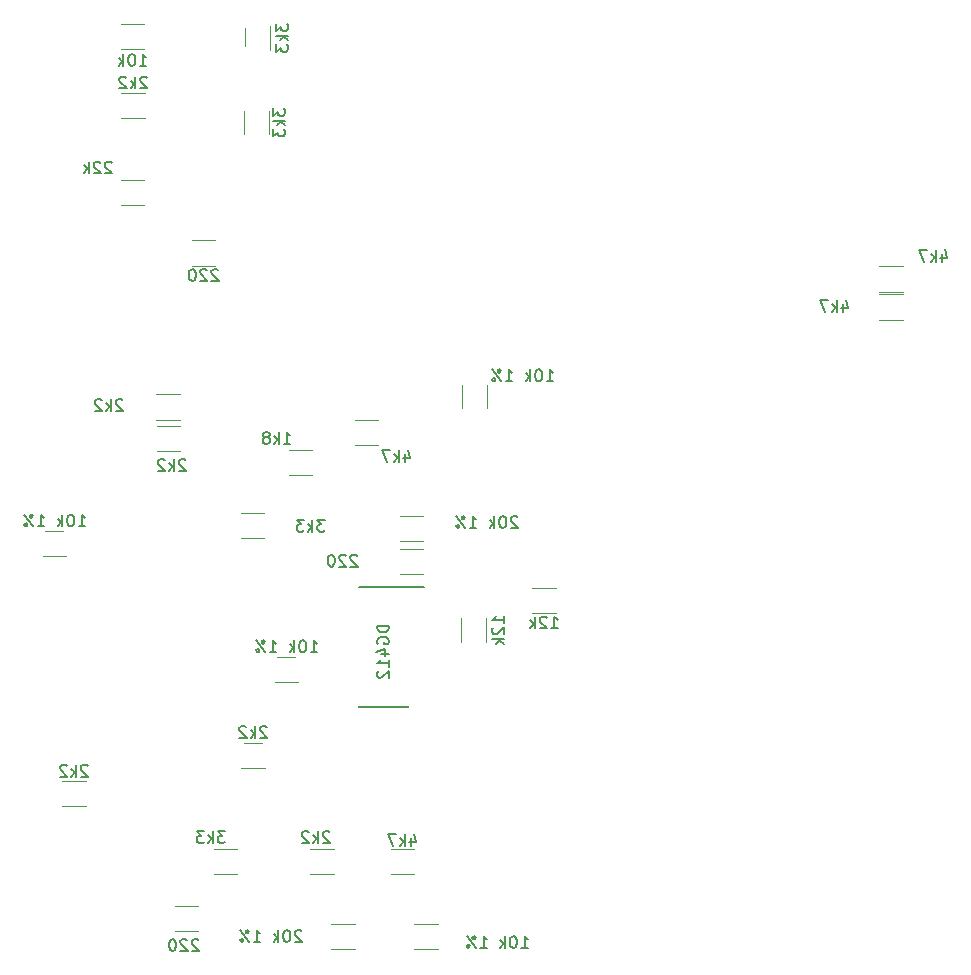
<source format=gbo>
G04 #@! TF.FileFunction,Legend,Bot*
%FSLAX46Y46*%
G04 Gerber Fmt 4.6, Leading zero omitted, Abs format (unit mm)*
G04 Created by KiCad (PCBNEW 4.0.7-e2-6376~58~ubuntu16.04.1) date Thu Dec 14 21:04:02 2023*
%MOMM*%
%LPD*%
G01*
G04 APERTURE LIST*
%ADD10C,0.100000*%
%ADD11C,0.120000*%
%ADD12C,0.150000*%
%ADD13C,0.300000*%
%ADD14R,2.400000X2.100000*%
%ADD15C,1.400000*%
%ADD16R,1.400000X1.400000*%
%ADD17C,2.000000*%
%ADD18R,2.800000X2.800000*%
%ADD19C,2.800000*%
%ADD20R,2.000000X2.000000*%
%ADD21R,2.600000X2.600000*%
%ADD22O,2.600000X2.600000*%
%ADD23R,2.127200X2.127200*%
%ADD24O,2.127200X2.127200*%
%ADD25O,3.410000X1.910000*%
%ADD26O,2.900000X3.400000*%
%ADD27C,2.400000*%
%ADD28O,1.910000X3.410000*%
%ADD29R,2.100000X2.400000*%
%ADD30R,2.100000X2.100000*%
%ADD31O,2.100000X2.100000*%
%ADD32O,2.000000X2.000000*%
%ADD33R,1.900000X1.000000*%
%ADD34R,2.200000X2.200000*%
%ADD35O,2.200000X2.200000*%
%ADD36C,2.740000*%
G04 APERTURE END LIST*
D10*
D11*
X225282000Y-120088000D02*
X223282000Y-120088000D01*
X223282000Y-122228000D02*
X225282000Y-122228000D01*
X224044000Y-96828000D02*
X226044000Y-96828000D01*
X226044000Y-94688000D02*
X224044000Y-94688000D01*
X206994000Y-124914000D02*
X204994000Y-124914000D01*
X204994000Y-127054000D02*
X206994000Y-127054000D01*
X235252000Y-100130000D02*
X237252000Y-100130000D01*
X237252000Y-97990000D02*
X235252000Y-97990000D01*
X229308000Y-80788000D02*
X229308000Y-82788000D01*
X231448000Y-82788000D02*
X231448000Y-80788000D01*
X227282000Y-126438000D02*
X225282000Y-126438000D01*
X225282000Y-128578000D02*
X227282000Y-128578000D01*
X229220000Y-100570000D02*
X229220000Y-102570000D01*
X231360000Y-102570000D02*
X231360000Y-100570000D01*
X222234000Y-83766000D02*
X220234000Y-83766000D01*
X220234000Y-85906000D02*
X222234000Y-85906000D01*
X220234000Y-126438000D02*
X218234000Y-126438000D01*
X218234000Y-128578000D02*
X220234000Y-128578000D01*
X224044000Y-94034000D02*
X226044000Y-94034000D01*
X226044000Y-91894000D02*
X224044000Y-91894000D01*
X195818000Y-93160000D02*
X193818000Y-93160000D01*
X193818000Y-95300000D02*
X195818000Y-95300000D01*
X215460000Y-103810000D02*
X213460000Y-103810000D01*
X213460000Y-105950000D02*
X215460000Y-105950000D01*
X214646000Y-88446000D02*
X216646000Y-88446000D01*
X216646000Y-86306000D02*
X214646000Y-86306000D01*
X216456000Y-122228000D02*
X218456000Y-122228000D01*
X218456000Y-120088000D02*
X216456000Y-120088000D01*
X212582000Y-91640000D02*
X210582000Y-91640000D01*
X210582000Y-93780000D02*
X212582000Y-93780000D01*
X210296000Y-120088000D02*
X208296000Y-120088000D01*
X208296000Y-122228000D02*
X210296000Y-122228000D01*
X205470000Y-84274000D02*
X203470000Y-84274000D01*
X203470000Y-86414000D02*
X205470000Y-86414000D01*
X212620000Y-111080000D02*
X210620000Y-111080000D01*
X210620000Y-113220000D02*
X212620000Y-113220000D01*
X205410000Y-81610000D02*
X203410000Y-81610000D01*
X203410000Y-83750000D02*
X205410000Y-83750000D01*
X197440000Y-114340000D02*
X195440000Y-114340000D01*
X195440000Y-116480000D02*
X197440000Y-116480000D01*
X266620000Y-70760000D02*
X264620000Y-70760000D01*
X264620000Y-72900000D02*
X266620000Y-72900000D01*
X210860000Y-57600000D02*
X210860000Y-59600000D01*
X213000000Y-59600000D02*
X213000000Y-57600000D01*
X266620000Y-73140000D02*
X264620000Y-73140000D01*
X264620000Y-75280000D02*
X266620000Y-75280000D01*
X210890000Y-50420000D02*
X210890000Y-52420000D01*
X213030000Y-52420000D02*
X213030000Y-50420000D01*
X202454000Y-56080000D02*
X200454000Y-56080000D01*
X200454000Y-58220000D02*
X202454000Y-58220000D01*
X202422000Y-50238000D02*
X200422000Y-50238000D01*
X200422000Y-52378000D02*
X202422000Y-52378000D01*
X200422000Y-65586000D02*
X202422000Y-65586000D01*
X202422000Y-63446000D02*
X200422000Y-63446000D01*
X206420000Y-70710000D02*
X208420000Y-70710000D01*
X208420000Y-68570000D02*
X206420000Y-68570000D01*
D12*
X224735000Y-97905000D02*
X224735000Y-97930000D01*
X220585000Y-97905000D02*
X220585000Y-98010000D01*
X220585000Y-108055000D02*
X220585000Y-107950000D01*
X224735000Y-108055000D02*
X224735000Y-107950000D01*
X224735000Y-97905000D02*
X220585000Y-97905000D01*
X224735000Y-108055000D02*
X220585000Y-108055000D01*
X224735000Y-97930000D02*
X226110000Y-97930000D01*
X224972476Y-119165714D02*
X224972476Y-119832381D01*
X225210572Y-118784762D02*
X225448667Y-119499048D01*
X224829619Y-119499048D01*
X224448667Y-119832381D02*
X224448667Y-118832381D01*
X224353429Y-119451429D02*
X224067714Y-119832381D01*
X224067714Y-119165714D02*
X224448667Y-119546667D01*
X223734381Y-118832381D02*
X223067714Y-118832381D01*
X223496286Y-119832381D01*
X220424095Y-95275619D02*
X220376476Y-95228000D01*
X220281238Y-95180381D01*
X220043142Y-95180381D01*
X219947904Y-95228000D01*
X219900285Y-95275619D01*
X219852666Y-95370857D01*
X219852666Y-95466095D01*
X219900285Y-95608952D01*
X220471714Y-96180381D01*
X219852666Y-96180381D01*
X219471714Y-95275619D02*
X219424095Y-95228000D01*
X219328857Y-95180381D01*
X219090761Y-95180381D01*
X218995523Y-95228000D01*
X218947904Y-95275619D01*
X218900285Y-95370857D01*
X218900285Y-95466095D01*
X218947904Y-95608952D01*
X219519333Y-96180381D01*
X218900285Y-96180381D01*
X218281238Y-95180381D02*
X218185999Y-95180381D01*
X218090761Y-95228000D01*
X218043142Y-95275619D01*
X217995523Y-95370857D01*
X217947904Y-95561333D01*
X217947904Y-95799429D01*
X217995523Y-95989905D01*
X218043142Y-96085143D01*
X218090761Y-96132762D01*
X218185999Y-96180381D01*
X218281238Y-96180381D01*
X218376476Y-96132762D01*
X218424095Y-96085143D01*
X218471714Y-95989905D01*
X218519333Y-95799429D01*
X218519333Y-95561333D01*
X218471714Y-95370857D01*
X218424095Y-95275619D01*
X218376476Y-95228000D01*
X218281238Y-95180381D01*
X206978095Y-127817619D02*
X206930476Y-127770000D01*
X206835238Y-127722381D01*
X206597142Y-127722381D01*
X206501904Y-127770000D01*
X206454285Y-127817619D01*
X206406666Y-127912857D01*
X206406666Y-128008095D01*
X206454285Y-128150952D01*
X207025714Y-128722381D01*
X206406666Y-128722381D01*
X206025714Y-127817619D02*
X205978095Y-127770000D01*
X205882857Y-127722381D01*
X205644761Y-127722381D01*
X205549523Y-127770000D01*
X205501904Y-127817619D01*
X205454285Y-127912857D01*
X205454285Y-128008095D01*
X205501904Y-128150952D01*
X206073333Y-128722381D01*
X205454285Y-128722381D01*
X204835238Y-127722381D02*
X204739999Y-127722381D01*
X204644761Y-127770000D01*
X204597142Y-127817619D01*
X204549523Y-127912857D01*
X204501904Y-128103333D01*
X204501904Y-128341429D01*
X204549523Y-128531905D01*
X204597142Y-128627143D01*
X204644761Y-128674762D01*
X204739999Y-128722381D01*
X204835238Y-128722381D01*
X204930476Y-128674762D01*
X204978095Y-128627143D01*
X205025714Y-128531905D01*
X205073333Y-128341429D01*
X205073333Y-128103333D01*
X205025714Y-127912857D01*
X204978095Y-127817619D01*
X204930476Y-127770000D01*
X204835238Y-127722381D01*
X236847238Y-101412381D02*
X237418667Y-101412381D01*
X237132953Y-101412381D02*
X237132953Y-100412381D01*
X237228191Y-100555238D01*
X237323429Y-100650476D01*
X237418667Y-100698095D01*
X236466286Y-100507619D02*
X236418667Y-100460000D01*
X236323429Y-100412381D01*
X236085333Y-100412381D01*
X235990095Y-100460000D01*
X235942476Y-100507619D01*
X235894857Y-100602857D01*
X235894857Y-100698095D01*
X235942476Y-100840952D01*
X236513905Y-101412381D01*
X235894857Y-101412381D01*
X235466286Y-101412381D02*
X235466286Y-100412381D01*
X235371048Y-101031429D02*
X235085333Y-101412381D01*
X235085333Y-100745714D02*
X235466286Y-101126667D01*
X236465809Y-80494381D02*
X237037238Y-80494381D01*
X236751524Y-80494381D02*
X236751524Y-79494381D01*
X236846762Y-79637238D01*
X236942000Y-79732476D01*
X237037238Y-79780095D01*
X235846762Y-79494381D02*
X235751523Y-79494381D01*
X235656285Y-79542000D01*
X235608666Y-79589619D01*
X235561047Y-79684857D01*
X235513428Y-79875333D01*
X235513428Y-80113429D01*
X235561047Y-80303905D01*
X235608666Y-80399143D01*
X235656285Y-80446762D01*
X235751523Y-80494381D01*
X235846762Y-80494381D01*
X235942000Y-80446762D01*
X235989619Y-80399143D01*
X236037238Y-80303905D01*
X236084857Y-80113429D01*
X236084857Y-79875333D01*
X236037238Y-79684857D01*
X235989619Y-79589619D01*
X235942000Y-79542000D01*
X235846762Y-79494381D01*
X235084857Y-80494381D02*
X235084857Y-79494381D01*
X234989619Y-80113429D02*
X234703904Y-80494381D01*
X234703904Y-79827714D02*
X235084857Y-80208667D01*
X232989618Y-80494381D02*
X233561047Y-80494381D01*
X233275333Y-80494381D02*
X233275333Y-79494381D01*
X233370571Y-79637238D01*
X233465809Y-79732476D01*
X233561047Y-79780095D01*
X232608666Y-80494381D02*
X231846761Y-79494381D01*
X232465809Y-79494381D02*
X232370571Y-79542000D01*
X232322952Y-79637238D01*
X232370571Y-79732476D01*
X232465809Y-79780095D01*
X232561047Y-79732476D01*
X232608666Y-79637238D01*
X232561047Y-79542000D01*
X232465809Y-79494381D01*
X231894380Y-80446762D02*
X231846761Y-80351524D01*
X231894380Y-80256286D01*
X231989618Y-80208667D01*
X232084856Y-80256286D01*
X232132475Y-80351524D01*
X232084856Y-80446762D01*
X231989618Y-80494381D01*
X231894380Y-80446762D01*
X234315809Y-128468381D02*
X234887238Y-128468381D01*
X234601524Y-128468381D02*
X234601524Y-127468381D01*
X234696762Y-127611238D01*
X234792000Y-127706476D01*
X234887238Y-127754095D01*
X233696762Y-127468381D02*
X233601523Y-127468381D01*
X233506285Y-127516000D01*
X233458666Y-127563619D01*
X233411047Y-127658857D01*
X233363428Y-127849333D01*
X233363428Y-128087429D01*
X233411047Y-128277905D01*
X233458666Y-128373143D01*
X233506285Y-128420762D01*
X233601523Y-128468381D01*
X233696762Y-128468381D01*
X233792000Y-128420762D01*
X233839619Y-128373143D01*
X233887238Y-128277905D01*
X233934857Y-128087429D01*
X233934857Y-127849333D01*
X233887238Y-127658857D01*
X233839619Y-127563619D01*
X233792000Y-127516000D01*
X233696762Y-127468381D01*
X232934857Y-128468381D02*
X232934857Y-127468381D01*
X232839619Y-128087429D02*
X232553904Y-128468381D01*
X232553904Y-127801714D02*
X232934857Y-128182667D01*
X230839618Y-128468381D02*
X231411047Y-128468381D01*
X231125333Y-128468381D02*
X231125333Y-127468381D01*
X231220571Y-127611238D01*
X231315809Y-127706476D01*
X231411047Y-127754095D01*
X230458666Y-128468381D02*
X229696761Y-127468381D01*
X230315809Y-127468381D02*
X230220571Y-127516000D01*
X230172952Y-127611238D01*
X230220571Y-127706476D01*
X230315809Y-127754095D01*
X230411047Y-127706476D01*
X230458666Y-127611238D01*
X230411047Y-127516000D01*
X230315809Y-127468381D01*
X229744380Y-128420762D02*
X229696761Y-128325524D01*
X229744380Y-128230286D01*
X229839618Y-128182667D01*
X229934856Y-128230286D01*
X229982475Y-128325524D01*
X229934856Y-128420762D01*
X229839618Y-128468381D01*
X229744380Y-128420762D01*
X232862381Y-100974762D02*
X232862381Y-100403333D01*
X232862381Y-100689047D02*
X231862381Y-100689047D01*
X232005238Y-100593809D01*
X232100476Y-100498571D01*
X232148095Y-100403333D01*
X231957619Y-101355714D02*
X231910000Y-101403333D01*
X231862381Y-101498571D01*
X231862381Y-101736667D01*
X231910000Y-101831905D01*
X231957619Y-101879524D01*
X232052857Y-101927143D01*
X232148095Y-101927143D01*
X232290952Y-101879524D01*
X232862381Y-101308095D01*
X232862381Y-101927143D01*
X232862381Y-102355714D02*
X231862381Y-102355714D01*
X232481429Y-102450952D02*
X232862381Y-102736667D01*
X232195714Y-102736667D02*
X232576667Y-102355714D01*
X224464476Y-86653714D02*
X224464476Y-87320381D01*
X224702572Y-86272762D02*
X224940667Y-86987048D01*
X224321619Y-86987048D01*
X223940667Y-87320381D02*
X223940667Y-86320381D01*
X223845429Y-86939429D02*
X223559714Y-87320381D01*
X223559714Y-86653714D02*
X223940667Y-87034667D01*
X223226381Y-86320381D02*
X222559714Y-86320381D01*
X222988286Y-87320381D01*
X215701238Y-127055619D02*
X215653619Y-127008000D01*
X215558381Y-126960381D01*
X215320285Y-126960381D01*
X215225047Y-127008000D01*
X215177428Y-127055619D01*
X215129809Y-127150857D01*
X215129809Y-127246095D01*
X215177428Y-127388952D01*
X215748857Y-127960381D01*
X215129809Y-127960381D01*
X214510762Y-126960381D02*
X214415523Y-126960381D01*
X214320285Y-127008000D01*
X214272666Y-127055619D01*
X214225047Y-127150857D01*
X214177428Y-127341333D01*
X214177428Y-127579429D01*
X214225047Y-127769905D01*
X214272666Y-127865143D01*
X214320285Y-127912762D01*
X214415523Y-127960381D01*
X214510762Y-127960381D01*
X214606000Y-127912762D01*
X214653619Y-127865143D01*
X214701238Y-127769905D01*
X214748857Y-127579429D01*
X214748857Y-127341333D01*
X214701238Y-127150857D01*
X214653619Y-127055619D01*
X214606000Y-127008000D01*
X214510762Y-126960381D01*
X213748857Y-127960381D02*
X213748857Y-126960381D01*
X213653619Y-127579429D02*
X213367904Y-127960381D01*
X213367904Y-127293714D02*
X213748857Y-127674667D01*
X211653618Y-127960381D02*
X212225047Y-127960381D01*
X211939333Y-127960381D02*
X211939333Y-126960381D01*
X212034571Y-127103238D01*
X212129809Y-127198476D01*
X212225047Y-127246095D01*
X211272666Y-127960381D02*
X210510761Y-126960381D01*
X211129809Y-126960381D02*
X211034571Y-127008000D01*
X210986952Y-127103238D01*
X211034571Y-127198476D01*
X211129809Y-127246095D01*
X211225047Y-127198476D01*
X211272666Y-127103238D01*
X211225047Y-127008000D01*
X211129809Y-126960381D01*
X210558380Y-127912762D02*
X210510761Y-127817524D01*
X210558380Y-127722286D01*
X210653618Y-127674667D01*
X210748856Y-127722286D01*
X210796475Y-127817524D01*
X210748856Y-127912762D01*
X210653618Y-127960381D01*
X210558380Y-127912762D01*
X233989238Y-92003619D02*
X233941619Y-91956000D01*
X233846381Y-91908381D01*
X233608285Y-91908381D01*
X233513047Y-91956000D01*
X233465428Y-92003619D01*
X233417809Y-92098857D01*
X233417809Y-92194095D01*
X233465428Y-92336952D01*
X234036857Y-92908381D01*
X233417809Y-92908381D01*
X232798762Y-91908381D02*
X232703523Y-91908381D01*
X232608285Y-91956000D01*
X232560666Y-92003619D01*
X232513047Y-92098857D01*
X232465428Y-92289333D01*
X232465428Y-92527429D01*
X232513047Y-92717905D01*
X232560666Y-92813143D01*
X232608285Y-92860762D01*
X232703523Y-92908381D01*
X232798762Y-92908381D01*
X232894000Y-92860762D01*
X232941619Y-92813143D01*
X232989238Y-92717905D01*
X233036857Y-92527429D01*
X233036857Y-92289333D01*
X232989238Y-92098857D01*
X232941619Y-92003619D01*
X232894000Y-91956000D01*
X232798762Y-91908381D01*
X232036857Y-92908381D02*
X232036857Y-91908381D01*
X231941619Y-92527429D02*
X231655904Y-92908381D01*
X231655904Y-92241714D02*
X232036857Y-92622667D01*
X229941618Y-92908381D02*
X230513047Y-92908381D01*
X230227333Y-92908381D02*
X230227333Y-91908381D01*
X230322571Y-92051238D01*
X230417809Y-92146476D01*
X230513047Y-92194095D01*
X229560666Y-92908381D02*
X228798761Y-91908381D01*
X229417809Y-91908381D02*
X229322571Y-91956000D01*
X229274952Y-92051238D01*
X229322571Y-92146476D01*
X229417809Y-92194095D01*
X229513047Y-92146476D01*
X229560666Y-92051238D01*
X229513047Y-91956000D01*
X229417809Y-91908381D01*
X228846380Y-92860762D02*
X228798761Y-92765524D01*
X228846380Y-92670286D01*
X228941618Y-92622667D01*
X229036856Y-92670286D01*
X229084475Y-92765524D01*
X229036856Y-92860762D01*
X228941618Y-92908381D01*
X228846380Y-92860762D01*
X196841809Y-92782381D02*
X197413238Y-92782381D01*
X197127524Y-92782381D02*
X197127524Y-91782381D01*
X197222762Y-91925238D01*
X197318000Y-92020476D01*
X197413238Y-92068095D01*
X196222762Y-91782381D02*
X196127523Y-91782381D01*
X196032285Y-91830000D01*
X195984666Y-91877619D01*
X195937047Y-91972857D01*
X195889428Y-92163333D01*
X195889428Y-92401429D01*
X195937047Y-92591905D01*
X195984666Y-92687143D01*
X196032285Y-92734762D01*
X196127523Y-92782381D01*
X196222762Y-92782381D01*
X196318000Y-92734762D01*
X196365619Y-92687143D01*
X196413238Y-92591905D01*
X196460857Y-92401429D01*
X196460857Y-92163333D01*
X196413238Y-91972857D01*
X196365619Y-91877619D01*
X196318000Y-91830000D01*
X196222762Y-91782381D01*
X195460857Y-92782381D02*
X195460857Y-91782381D01*
X195365619Y-92401429D02*
X195079904Y-92782381D01*
X195079904Y-92115714D02*
X195460857Y-92496667D01*
X193365618Y-92782381D02*
X193937047Y-92782381D01*
X193651333Y-92782381D02*
X193651333Y-91782381D01*
X193746571Y-91925238D01*
X193841809Y-92020476D01*
X193937047Y-92068095D01*
X192984666Y-92782381D02*
X192222761Y-91782381D01*
X192841809Y-91782381D02*
X192746571Y-91830000D01*
X192698952Y-91925238D01*
X192746571Y-92020476D01*
X192841809Y-92068095D01*
X192937047Y-92020476D01*
X192984666Y-91925238D01*
X192937047Y-91830000D01*
X192841809Y-91782381D01*
X192270380Y-92734762D02*
X192222761Y-92639524D01*
X192270380Y-92544286D01*
X192365618Y-92496667D01*
X192460856Y-92544286D01*
X192508475Y-92639524D01*
X192460856Y-92734762D01*
X192365618Y-92782381D01*
X192270380Y-92734762D01*
X216483809Y-103432381D02*
X217055238Y-103432381D01*
X216769524Y-103432381D02*
X216769524Y-102432381D01*
X216864762Y-102575238D01*
X216960000Y-102670476D01*
X217055238Y-102718095D01*
X215864762Y-102432381D02*
X215769523Y-102432381D01*
X215674285Y-102480000D01*
X215626666Y-102527619D01*
X215579047Y-102622857D01*
X215531428Y-102813333D01*
X215531428Y-103051429D01*
X215579047Y-103241905D01*
X215626666Y-103337143D01*
X215674285Y-103384762D01*
X215769523Y-103432381D01*
X215864762Y-103432381D01*
X215960000Y-103384762D01*
X216007619Y-103337143D01*
X216055238Y-103241905D01*
X216102857Y-103051429D01*
X216102857Y-102813333D01*
X216055238Y-102622857D01*
X216007619Y-102527619D01*
X215960000Y-102480000D01*
X215864762Y-102432381D01*
X215102857Y-103432381D02*
X215102857Y-102432381D01*
X215007619Y-103051429D02*
X214721904Y-103432381D01*
X214721904Y-102765714D02*
X215102857Y-103146667D01*
X213007618Y-103432381D02*
X213579047Y-103432381D01*
X213293333Y-103432381D02*
X213293333Y-102432381D01*
X213388571Y-102575238D01*
X213483809Y-102670476D01*
X213579047Y-102718095D01*
X212626666Y-103432381D02*
X211864761Y-102432381D01*
X212483809Y-102432381D02*
X212388571Y-102480000D01*
X212340952Y-102575238D01*
X212388571Y-102670476D01*
X212483809Y-102718095D01*
X212579047Y-102670476D01*
X212626666Y-102575238D01*
X212579047Y-102480000D01*
X212483809Y-102432381D01*
X211912380Y-103384762D02*
X211864761Y-103289524D01*
X211912380Y-103194286D01*
X212007618Y-103146667D01*
X212102856Y-103194286D01*
X212150475Y-103289524D01*
X212102856Y-103384762D01*
X212007618Y-103432381D01*
X211912380Y-103384762D01*
X214209238Y-85796381D02*
X214780667Y-85796381D01*
X214494953Y-85796381D02*
X214494953Y-84796381D01*
X214590191Y-84939238D01*
X214685429Y-85034476D01*
X214780667Y-85082095D01*
X213780667Y-85796381D02*
X213780667Y-84796381D01*
X213685429Y-85415429D02*
X213399714Y-85796381D01*
X213399714Y-85129714D02*
X213780667Y-85510667D01*
X212828286Y-85224952D02*
X212923524Y-85177333D01*
X212971143Y-85129714D01*
X213018762Y-85034476D01*
X213018762Y-84986857D01*
X212971143Y-84891619D01*
X212923524Y-84844000D01*
X212828286Y-84796381D01*
X212637809Y-84796381D01*
X212542571Y-84844000D01*
X212494952Y-84891619D01*
X212447333Y-84986857D01*
X212447333Y-85034476D01*
X212494952Y-85129714D01*
X212542571Y-85177333D01*
X212637809Y-85224952D01*
X212828286Y-85224952D01*
X212923524Y-85272571D01*
X212971143Y-85320190D01*
X213018762Y-85415429D01*
X213018762Y-85605905D01*
X212971143Y-85701143D01*
X212923524Y-85748762D01*
X212828286Y-85796381D01*
X212637809Y-85796381D01*
X212542571Y-85748762D01*
X212494952Y-85701143D01*
X212447333Y-85605905D01*
X212447333Y-85415429D01*
X212494952Y-85320190D01*
X212542571Y-85272571D01*
X212637809Y-85224952D01*
X218082667Y-118673619D02*
X218035048Y-118626000D01*
X217939810Y-118578381D01*
X217701714Y-118578381D01*
X217606476Y-118626000D01*
X217558857Y-118673619D01*
X217511238Y-118768857D01*
X217511238Y-118864095D01*
X217558857Y-119006952D01*
X218130286Y-119578381D01*
X217511238Y-119578381D01*
X217082667Y-119578381D02*
X217082667Y-118578381D01*
X216987429Y-119197429D02*
X216701714Y-119578381D01*
X216701714Y-118911714D02*
X217082667Y-119292667D01*
X216320762Y-118673619D02*
X216273143Y-118626000D01*
X216177905Y-118578381D01*
X215939809Y-118578381D01*
X215844571Y-118626000D01*
X215796952Y-118673619D01*
X215749333Y-118768857D01*
X215749333Y-118864095D01*
X215796952Y-119006952D01*
X216368381Y-119578381D01*
X215749333Y-119578381D01*
X217684286Y-92224381D02*
X217065238Y-92224381D01*
X217398572Y-92605333D01*
X217255714Y-92605333D01*
X217160476Y-92652952D01*
X217112857Y-92700571D01*
X217065238Y-92795810D01*
X217065238Y-93033905D01*
X217112857Y-93129143D01*
X217160476Y-93176762D01*
X217255714Y-93224381D01*
X217541429Y-93224381D01*
X217636667Y-93176762D01*
X217684286Y-93129143D01*
X216636667Y-93224381D02*
X216636667Y-92224381D01*
X216541429Y-92843429D02*
X216255714Y-93224381D01*
X216255714Y-92557714D02*
X216636667Y-92938667D01*
X215922381Y-92224381D02*
X215303333Y-92224381D01*
X215636667Y-92605333D01*
X215493809Y-92605333D01*
X215398571Y-92652952D01*
X215350952Y-92700571D01*
X215303333Y-92795810D01*
X215303333Y-93033905D01*
X215350952Y-93129143D01*
X215398571Y-93176762D01*
X215493809Y-93224381D01*
X215779524Y-93224381D01*
X215874762Y-93176762D01*
X215922381Y-93129143D01*
X209240286Y-118578381D02*
X208621238Y-118578381D01*
X208954572Y-118959333D01*
X208811714Y-118959333D01*
X208716476Y-119006952D01*
X208668857Y-119054571D01*
X208621238Y-119149810D01*
X208621238Y-119387905D01*
X208668857Y-119483143D01*
X208716476Y-119530762D01*
X208811714Y-119578381D01*
X209097429Y-119578381D01*
X209192667Y-119530762D01*
X209240286Y-119483143D01*
X208192667Y-119578381D02*
X208192667Y-118578381D01*
X208097429Y-119197429D02*
X207811714Y-119578381D01*
X207811714Y-118911714D02*
X208192667Y-119292667D01*
X207478381Y-118578381D02*
X206859333Y-118578381D01*
X207192667Y-118959333D01*
X207049809Y-118959333D01*
X206954571Y-119006952D01*
X206906952Y-119054571D01*
X206859333Y-119149810D01*
X206859333Y-119387905D01*
X206906952Y-119483143D01*
X206954571Y-119530762D01*
X207049809Y-119578381D01*
X207335524Y-119578381D01*
X207430762Y-119530762D01*
X207478381Y-119483143D01*
X205890667Y-87177619D02*
X205843048Y-87130000D01*
X205747810Y-87082381D01*
X205509714Y-87082381D01*
X205414476Y-87130000D01*
X205366857Y-87177619D01*
X205319238Y-87272857D01*
X205319238Y-87368095D01*
X205366857Y-87510952D01*
X205938286Y-88082381D01*
X205319238Y-88082381D01*
X204890667Y-88082381D02*
X204890667Y-87082381D01*
X204795429Y-87701429D02*
X204509714Y-88082381D01*
X204509714Y-87415714D02*
X204890667Y-87796667D01*
X204128762Y-87177619D02*
X204081143Y-87130000D01*
X203985905Y-87082381D01*
X203747809Y-87082381D01*
X203652571Y-87130000D01*
X203604952Y-87177619D01*
X203557333Y-87272857D01*
X203557333Y-87368095D01*
X203604952Y-87510952D01*
X204176381Y-88082381D01*
X203557333Y-88082381D01*
X212786667Y-109797619D02*
X212739048Y-109750000D01*
X212643810Y-109702381D01*
X212405714Y-109702381D01*
X212310476Y-109750000D01*
X212262857Y-109797619D01*
X212215238Y-109892857D01*
X212215238Y-109988095D01*
X212262857Y-110130952D01*
X212834286Y-110702381D01*
X212215238Y-110702381D01*
X211786667Y-110702381D02*
X211786667Y-109702381D01*
X211691429Y-110321429D02*
X211405714Y-110702381D01*
X211405714Y-110035714D02*
X211786667Y-110416667D01*
X211024762Y-109797619D02*
X210977143Y-109750000D01*
X210881905Y-109702381D01*
X210643809Y-109702381D01*
X210548571Y-109750000D01*
X210500952Y-109797619D01*
X210453333Y-109892857D01*
X210453333Y-109988095D01*
X210500952Y-110130952D01*
X211072381Y-110702381D01*
X210453333Y-110702381D01*
X200556667Y-82097619D02*
X200509048Y-82050000D01*
X200413810Y-82002381D01*
X200175714Y-82002381D01*
X200080476Y-82050000D01*
X200032857Y-82097619D01*
X199985238Y-82192857D01*
X199985238Y-82288095D01*
X200032857Y-82430952D01*
X200604286Y-83002381D01*
X199985238Y-83002381D01*
X199556667Y-83002381D02*
X199556667Y-82002381D01*
X199461429Y-82621429D02*
X199175714Y-83002381D01*
X199175714Y-82335714D02*
X199556667Y-82716667D01*
X198794762Y-82097619D02*
X198747143Y-82050000D01*
X198651905Y-82002381D01*
X198413809Y-82002381D01*
X198318571Y-82050000D01*
X198270952Y-82097619D01*
X198223333Y-82192857D01*
X198223333Y-82288095D01*
X198270952Y-82430952D01*
X198842381Y-83002381D01*
X198223333Y-83002381D01*
X197606667Y-113057619D02*
X197559048Y-113010000D01*
X197463810Y-112962381D01*
X197225714Y-112962381D01*
X197130476Y-113010000D01*
X197082857Y-113057619D01*
X197035238Y-113152857D01*
X197035238Y-113248095D01*
X197082857Y-113390952D01*
X197654286Y-113962381D01*
X197035238Y-113962381D01*
X196606667Y-113962381D02*
X196606667Y-112962381D01*
X196511429Y-113581429D02*
X196225714Y-113962381D01*
X196225714Y-113295714D02*
X196606667Y-113676667D01*
X195844762Y-113057619D02*
X195797143Y-113010000D01*
X195701905Y-112962381D01*
X195463809Y-112962381D01*
X195368571Y-113010000D01*
X195320952Y-113057619D01*
X195273333Y-113152857D01*
X195273333Y-113248095D01*
X195320952Y-113390952D01*
X195892381Y-113962381D01*
X195273333Y-113962381D01*
X269930476Y-69715714D02*
X269930476Y-70382381D01*
X270168572Y-69334762D02*
X270406667Y-70049048D01*
X269787619Y-70049048D01*
X269406667Y-70382381D02*
X269406667Y-69382381D01*
X269311429Y-70001429D02*
X269025714Y-70382381D01*
X269025714Y-69715714D02*
X269406667Y-70096667D01*
X268692381Y-69382381D02*
X268025714Y-69382381D01*
X268454286Y-70382381D01*
X213320381Y-57385714D02*
X213320381Y-58004762D01*
X213701333Y-57671428D01*
X213701333Y-57814286D01*
X213748952Y-57909524D01*
X213796571Y-57957143D01*
X213891810Y-58004762D01*
X214129905Y-58004762D01*
X214225143Y-57957143D01*
X214272762Y-57909524D01*
X214320381Y-57814286D01*
X214320381Y-57528571D01*
X214272762Y-57433333D01*
X214225143Y-57385714D01*
X214320381Y-58433333D02*
X213320381Y-58433333D01*
X213939429Y-58528571D02*
X214320381Y-58814286D01*
X213653714Y-58814286D02*
X214034667Y-58433333D01*
X213320381Y-59147619D02*
X213320381Y-59766667D01*
X213701333Y-59433333D01*
X213701333Y-59576191D01*
X213748952Y-59671429D01*
X213796571Y-59719048D01*
X213891810Y-59766667D01*
X214129905Y-59766667D01*
X214225143Y-59719048D01*
X214272762Y-59671429D01*
X214320381Y-59576191D01*
X214320381Y-59290476D01*
X214272762Y-59195238D01*
X214225143Y-59147619D01*
X261548476Y-73953714D02*
X261548476Y-74620381D01*
X261786572Y-73572762D02*
X262024667Y-74287048D01*
X261405619Y-74287048D01*
X261024667Y-74620381D02*
X261024667Y-73620381D01*
X260929429Y-74239429D02*
X260643714Y-74620381D01*
X260643714Y-73953714D02*
X261024667Y-74334667D01*
X260310381Y-73620381D02*
X259643714Y-73620381D01*
X260072286Y-74620381D01*
X213574381Y-50205714D02*
X213574381Y-50824762D01*
X213955333Y-50491428D01*
X213955333Y-50634286D01*
X214002952Y-50729524D01*
X214050571Y-50777143D01*
X214145810Y-50824762D01*
X214383905Y-50824762D01*
X214479143Y-50777143D01*
X214526762Y-50729524D01*
X214574381Y-50634286D01*
X214574381Y-50348571D01*
X214526762Y-50253333D01*
X214479143Y-50205714D01*
X214574381Y-51253333D02*
X213574381Y-51253333D01*
X214193429Y-51348571D02*
X214574381Y-51634286D01*
X213907714Y-51634286D02*
X214288667Y-51253333D01*
X213574381Y-51967619D02*
X213574381Y-52586667D01*
X213955333Y-52253333D01*
X213955333Y-52396191D01*
X214002952Y-52491429D01*
X214050571Y-52539048D01*
X214145810Y-52586667D01*
X214383905Y-52586667D01*
X214479143Y-52539048D01*
X214526762Y-52491429D01*
X214574381Y-52396191D01*
X214574381Y-52110476D01*
X214526762Y-52015238D01*
X214479143Y-51967619D01*
X202620667Y-54797619D02*
X202573048Y-54750000D01*
X202477810Y-54702381D01*
X202239714Y-54702381D01*
X202144476Y-54750000D01*
X202096857Y-54797619D01*
X202049238Y-54892857D01*
X202049238Y-54988095D01*
X202096857Y-55130952D01*
X202668286Y-55702381D01*
X202049238Y-55702381D01*
X201620667Y-55702381D02*
X201620667Y-54702381D01*
X201525429Y-55321429D02*
X201239714Y-55702381D01*
X201239714Y-55035714D02*
X201620667Y-55416667D01*
X200858762Y-54797619D02*
X200811143Y-54750000D01*
X200715905Y-54702381D01*
X200477809Y-54702381D01*
X200382571Y-54750000D01*
X200334952Y-54797619D01*
X200287333Y-54892857D01*
X200287333Y-54988095D01*
X200334952Y-55130952D01*
X200906381Y-55702381D01*
X200287333Y-55702381D01*
X202017238Y-53792381D02*
X202588667Y-53792381D01*
X202302953Y-53792381D02*
X202302953Y-52792381D01*
X202398191Y-52935238D01*
X202493429Y-53030476D01*
X202588667Y-53078095D01*
X201398191Y-52792381D02*
X201302952Y-52792381D01*
X201207714Y-52840000D01*
X201160095Y-52887619D01*
X201112476Y-52982857D01*
X201064857Y-53173333D01*
X201064857Y-53411429D01*
X201112476Y-53601905D01*
X201160095Y-53697143D01*
X201207714Y-53744762D01*
X201302952Y-53792381D01*
X201398191Y-53792381D01*
X201493429Y-53744762D01*
X201541048Y-53697143D01*
X201588667Y-53601905D01*
X201636286Y-53411429D01*
X201636286Y-53173333D01*
X201588667Y-52982857D01*
X201541048Y-52887619D01*
X201493429Y-52840000D01*
X201398191Y-52792381D01*
X200636286Y-53792381D02*
X200636286Y-52792381D01*
X200541048Y-53411429D02*
X200255333Y-53792381D01*
X200255333Y-53125714D02*
X200636286Y-53506667D01*
X199636667Y-61983619D02*
X199589048Y-61936000D01*
X199493810Y-61888381D01*
X199255714Y-61888381D01*
X199160476Y-61936000D01*
X199112857Y-61983619D01*
X199065238Y-62078857D01*
X199065238Y-62174095D01*
X199112857Y-62316952D01*
X199684286Y-62888381D01*
X199065238Y-62888381D01*
X198684286Y-61983619D02*
X198636667Y-61936000D01*
X198541429Y-61888381D01*
X198303333Y-61888381D01*
X198208095Y-61936000D01*
X198160476Y-61983619D01*
X198112857Y-62078857D01*
X198112857Y-62174095D01*
X198160476Y-62316952D01*
X198731905Y-62888381D01*
X198112857Y-62888381D01*
X197684286Y-62888381D02*
X197684286Y-61888381D01*
X197589048Y-62507429D02*
X197303333Y-62888381D01*
X197303333Y-62221714D02*
X197684286Y-62602667D01*
X208658095Y-71087619D02*
X208610476Y-71040000D01*
X208515238Y-70992381D01*
X208277142Y-70992381D01*
X208181904Y-71040000D01*
X208134285Y-71087619D01*
X208086666Y-71182857D01*
X208086666Y-71278095D01*
X208134285Y-71420952D01*
X208705714Y-71992381D01*
X208086666Y-71992381D01*
X207705714Y-71087619D02*
X207658095Y-71040000D01*
X207562857Y-70992381D01*
X207324761Y-70992381D01*
X207229523Y-71040000D01*
X207181904Y-71087619D01*
X207134285Y-71182857D01*
X207134285Y-71278095D01*
X207181904Y-71420952D01*
X207753333Y-71992381D01*
X207134285Y-71992381D01*
X206515238Y-70992381D02*
X206419999Y-70992381D01*
X206324761Y-71040000D01*
X206277142Y-71087619D01*
X206229523Y-71182857D01*
X206181904Y-71373333D01*
X206181904Y-71611429D01*
X206229523Y-71801905D01*
X206277142Y-71897143D01*
X206324761Y-71944762D01*
X206419999Y-71992381D01*
X206515238Y-71992381D01*
X206610476Y-71944762D01*
X206658095Y-71897143D01*
X206705714Y-71801905D01*
X206753333Y-71611429D01*
X206753333Y-71373333D01*
X206705714Y-71182857D01*
X206658095Y-71087619D01*
X206610476Y-71040000D01*
X206515238Y-70992381D01*
X223112381Y-101187524D02*
X222112381Y-101187524D01*
X222112381Y-101425619D01*
X222160000Y-101568477D01*
X222255238Y-101663715D01*
X222350476Y-101711334D01*
X222540952Y-101758953D01*
X222683810Y-101758953D01*
X222874286Y-101711334D01*
X222969524Y-101663715D01*
X223064762Y-101568477D01*
X223112381Y-101425619D01*
X223112381Y-101187524D01*
X222160000Y-102711334D02*
X222112381Y-102616096D01*
X222112381Y-102473239D01*
X222160000Y-102330381D01*
X222255238Y-102235143D01*
X222350476Y-102187524D01*
X222540952Y-102139905D01*
X222683810Y-102139905D01*
X222874286Y-102187524D01*
X222969524Y-102235143D01*
X223064762Y-102330381D01*
X223112381Y-102473239D01*
X223112381Y-102568477D01*
X223064762Y-102711334D01*
X223017143Y-102758953D01*
X222683810Y-102758953D01*
X222683810Y-102568477D01*
X222445714Y-103616096D02*
X223112381Y-103616096D01*
X222064762Y-103378000D02*
X222779048Y-103139905D01*
X222779048Y-103758953D01*
X223112381Y-104663715D02*
X223112381Y-104092286D01*
X223112381Y-104378000D02*
X222112381Y-104378000D01*
X222255238Y-104282762D01*
X222350476Y-104187524D01*
X222398095Y-104092286D01*
X222207619Y-105044667D02*
X222160000Y-105092286D01*
X222112381Y-105187524D01*
X222112381Y-105425620D01*
X222160000Y-105520858D01*
X222207619Y-105568477D01*
X222302857Y-105616096D01*
X222398095Y-105616096D01*
X222540952Y-105568477D01*
X223112381Y-104997048D01*
X223112381Y-105616096D01*
%LPC*%
D13*
X201056666Y-72185429D02*
X201532856Y-72185429D01*
X201532856Y-69328286D01*
X201056666Y-69328286D01*
X200390000Y-70947333D02*
X199437619Y-70947333D01*
X200580476Y-71518762D02*
X199913809Y-69518762D01*
X199247142Y-71518762D01*
X198580476Y-71518762D02*
X198580476Y-70185429D01*
X198580476Y-70566381D02*
X198485237Y-70375905D01*
X198389999Y-70280667D01*
X198199523Y-70185429D01*
X198009047Y-70185429D01*
X197628095Y-70185429D02*
X196866190Y-70185429D01*
X197342381Y-69518762D02*
X197342381Y-71233048D01*
X197247142Y-71423524D01*
X197056666Y-71518762D01*
X196866190Y-71518762D01*
X200437619Y-73771143D02*
X199770952Y-73771143D01*
X199485238Y-74818762D02*
X200437619Y-74818762D01*
X200437619Y-72818762D01*
X199485238Y-72818762D01*
X198342380Y-74818762D02*
X198532856Y-74723524D01*
X198628095Y-74533048D01*
X198628095Y-72818762D01*
X196818571Y-74723524D02*
X197009047Y-74818762D01*
X197389999Y-74818762D01*
X197580476Y-74723524D01*
X197675714Y-74533048D01*
X197675714Y-73771143D01*
X197580476Y-73580667D01*
X197389999Y-73485429D01*
X197009047Y-73485429D01*
X196818571Y-73580667D01*
X196723333Y-73771143D01*
X196723333Y-73961619D01*
X197675714Y-74152095D01*
X200818571Y-78118762D02*
X200818571Y-76118762D01*
X200151904Y-77547333D01*
X199485237Y-76118762D01*
X199485237Y-78118762D01*
X197770952Y-78023524D02*
X197961428Y-78118762D01*
X198342380Y-78118762D01*
X198532857Y-78023524D01*
X198628095Y-77833048D01*
X198628095Y-77071143D01*
X198532857Y-76880667D01*
X198342380Y-76785429D01*
X197961428Y-76785429D01*
X197770952Y-76880667D01*
X197675714Y-77071143D01*
X197675714Y-77261619D01*
X198628095Y-77452095D01*
X197009047Y-78785429D02*
X196532856Y-78785429D01*
X196532856Y-75928286D01*
X197009047Y-75928286D01*
D14*
X222282000Y-121158000D03*
X226282000Y-121158000D03*
D15*
X208050000Y-52340000D03*
X206780000Y-53610000D03*
D16*
X206780000Y-51070000D03*
D17*
X238620000Y-76240000D03*
X233620000Y-76240000D03*
X239650000Y-112730000D03*
X234650000Y-112730000D03*
X230632000Y-118324000D03*
X230632000Y-115824000D03*
X230124000Y-89368000D03*
X230124000Y-86868000D03*
D18*
X243640000Y-65390000D03*
D19*
X238640000Y-65390000D03*
D18*
X238600000Y-51800000D03*
D19*
X243600000Y-51800000D03*
D17*
X214120000Y-95280000D03*
X209120000Y-95280000D03*
X255160000Y-51860000D03*
X250160000Y-51860000D03*
X247190000Y-75390000D03*
X242190000Y-75390000D03*
X210470000Y-108510000D03*
X215470000Y-108510000D03*
D20*
X229350000Y-45980000D03*
D17*
X229350000Y-43480000D03*
X229800000Y-76320000D03*
X224800000Y-76320000D03*
X226820000Y-111750000D03*
X221820000Y-111750000D03*
D20*
X224240000Y-66690000D03*
D17*
X226740000Y-66690000D03*
D20*
X215880000Y-64380000D03*
D17*
X215880000Y-66880000D03*
D20*
X218020000Y-52990000D03*
D17*
X218020000Y-50490000D03*
X206462000Y-78994000D03*
X203962000Y-78994000D03*
X206502000Y-114554000D03*
X206502000Y-117054000D03*
D21*
X260480000Y-71340000D03*
D22*
X250320000Y-71340000D03*
D21*
X250240000Y-67070000D03*
D22*
X260400000Y-67070000D03*
D21*
X250130000Y-62270000D03*
D22*
X260290000Y-62270000D03*
D21*
X260290000Y-57790000D03*
D22*
X250130000Y-57790000D03*
D21*
X232120000Y-69640000D03*
D22*
X232120000Y-59480000D03*
D21*
X265240000Y-49530000D03*
D22*
X265240000Y-59690000D03*
D21*
X250220000Y-41840000D03*
D22*
X260380000Y-41840000D03*
D21*
X236470000Y-41910000D03*
D22*
X246630000Y-41910000D03*
D23*
X264670000Y-81100000D03*
D24*
X267210000Y-81100000D03*
X264670000Y-83640000D03*
X267210000Y-83640000D03*
X264670000Y-86180000D03*
X267210000Y-86180000D03*
X264670000Y-88720000D03*
X267210000Y-88720000D03*
X264670000Y-91260000D03*
X267210000Y-91260000D03*
X264670000Y-93800000D03*
X267210000Y-93800000D03*
X264670000Y-96340000D03*
X267210000Y-96340000D03*
X264670000Y-98880000D03*
X267210000Y-98880000D03*
X264670000Y-101420000D03*
X267210000Y-101420000D03*
X264670000Y-103960000D03*
X267210000Y-103960000D03*
X264670000Y-106500000D03*
X267210000Y-106500000D03*
X264670000Y-109040000D03*
X267210000Y-109040000D03*
X264670000Y-111580000D03*
X267210000Y-111580000D03*
X264670000Y-114120000D03*
X267210000Y-114120000D03*
X264670000Y-116660000D03*
X267210000Y-116660000D03*
X264670000Y-119200000D03*
X267210000Y-119200000D03*
X264670000Y-121740000D03*
X267210000Y-121740000D03*
D25*
X266010000Y-63520000D03*
X266010000Y-66060000D03*
X266010000Y-68600000D03*
D20*
X183480000Y-98110000D03*
D26*
X178480000Y-98110000D03*
D27*
X176980000Y-94110000D03*
X176980000Y-102110000D03*
D20*
X183348000Y-118364000D03*
D26*
X178348000Y-118364000D03*
D27*
X176848000Y-114364000D03*
X176848000Y-122364000D03*
D20*
X183538000Y-70294000D03*
D26*
X178538000Y-70294000D03*
D27*
X177038000Y-66294000D03*
X177038000Y-74294000D03*
X205960000Y-107640000D03*
D28*
X257330000Y-100076000D03*
X254790000Y-100076000D03*
D15*
X208150000Y-58470000D03*
X206880000Y-59740000D03*
D16*
X206880000Y-57200000D03*
D15*
X208170000Y-64480000D03*
X206900000Y-65750000D03*
D16*
X206900000Y-63210000D03*
D14*
X227044000Y-95758000D03*
X223044000Y-95758000D03*
X203994000Y-125984000D03*
X207994000Y-125984000D03*
X238252000Y-99060000D03*
X234252000Y-99060000D03*
D29*
X230378000Y-83788000D03*
X230378000Y-79788000D03*
D14*
X224282000Y-127508000D03*
X228282000Y-127508000D03*
D29*
X230290000Y-103570000D03*
X230290000Y-99570000D03*
D14*
X219234000Y-84836000D03*
X223234000Y-84836000D03*
X217234000Y-127508000D03*
X221234000Y-127508000D03*
X227044000Y-92964000D03*
X223044000Y-92964000D03*
X192818000Y-94230000D03*
X196818000Y-94230000D03*
X212460000Y-104880000D03*
X216460000Y-104880000D03*
X217646000Y-87376000D03*
X213646000Y-87376000D03*
X219456000Y-121158000D03*
X215456000Y-121158000D03*
X209582000Y-92710000D03*
X213582000Y-92710000D03*
X207296000Y-121158000D03*
X211296000Y-121158000D03*
X202470000Y-85344000D03*
X206470000Y-85344000D03*
X209620000Y-112150000D03*
X213620000Y-112150000D03*
X202410000Y-82680000D03*
X206410000Y-82680000D03*
X194440000Y-115410000D03*
X198440000Y-115410000D03*
X263620000Y-71830000D03*
X267620000Y-71830000D03*
D29*
X211930000Y-60600000D03*
X211930000Y-56600000D03*
D14*
X263620000Y-74210000D03*
X267620000Y-74210000D03*
D29*
X211960000Y-53420000D03*
X211960000Y-49420000D03*
D14*
X199454000Y-57150000D03*
X203454000Y-57150000D03*
X199422000Y-51308000D03*
X203422000Y-51308000D03*
X203422000Y-64516000D03*
X199422000Y-64516000D03*
X209420000Y-69640000D03*
X205420000Y-69640000D03*
D30*
X212560000Y-74930000D03*
D31*
X215100000Y-74930000D03*
X217640000Y-74930000D03*
D30*
X242610000Y-96590000D03*
D31*
X245150000Y-96590000D03*
X247690000Y-96590000D03*
D20*
X234530000Y-125920000D03*
D32*
X254850000Y-118300000D03*
X237070000Y-125920000D03*
X252310000Y-118300000D03*
X239610000Y-125920000D03*
X249770000Y-118300000D03*
X242150000Y-125920000D03*
X247230000Y-118300000D03*
X244690000Y-125920000D03*
X244690000Y-118300000D03*
X247230000Y-125920000D03*
X242150000Y-118300000D03*
X249770000Y-125920000D03*
X239610000Y-118300000D03*
X252310000Y-125920000D03*
X237070000Y-118300000D03*
X254850000Y-125920000D03*
X234530000Y-118300000D03*
D20*
X233720000Y-90040000D03*
D32*
X254040000Y-82420000D03*
X236260000Y-90040000D03*
X251500000Y-82420000D03*
X238800000Y-90040000D03*
X248960000Y-82420000D03*
X241340000Y-90040000D03*
X246420000Y-82420000D03*
X243880000Y-90040000D03*
X243880000Y-82420000D03*
X246420000Y-90040000D03*
X241340000Y-82420000D03*
X248960000Y-90040000D03*
X238800000Y-82420000D03*
X251500000Y-90040000D03*
X236260000Y-82420000D03*
X254040000Y-90040000D03*
X233720000Y-82420000D03*
D33*
X225360000Y-98535000D03*
X225360000Y-99805000D03*
X225360000Y-101075000D03*
X225360000Y-102345000D03*
X225360000Y-103615000D03*
X225360000Y-104885000D03*
X225360000Y-106155000D03*
X225360000Y-107425000D03*
X219960000Y-107425000D03*
X219960000Y-106155000D03*
X219960000Y-104885000D03*
X219960000Y-103615000D03*
X219960000Y-102345000D03*
X219960000Y-101075000D03*
X219960000Y-99805000D03*
X219960000Y-98535000D03*
D34*
X257230000Y-75530000D03*
D35*
X254690000Y-75530000D03*
X252150000Y-75530000D03*
D34*
X260390000Y-52160000D03*
D35*
X260390000Y-49620000D03*
X260390000Y-47080000D03*
D34*
X230886000Y-52070000D03*
D35*
X228346000Y-52070000D03*
X225806000Y-52070000D03*
D36*
X236180000Y-96426000D03*
X233680000Y-106426000D03*
X231180000Y-96426000D03*
X244254000Y-106466000D03*
X254254000Y-108966000D03*
X244254000Y-111466000D03*
X202786000Y-100036000D03*
X192786000Y-97536000D03*
X202786000Y-95036000D03*
X201676000Y-112268000D03*
X191676000Y-109768000D03*
X201676000Y-107268000D03*
X194912000Y-88860000D03*
X184912000Y-86360000D03*
X194912000Y-83860000D03*
X201770000Y-123150000D03*
X191770000Y-120650000D03*
X201770000Y-118150000D03*
D20*
X211328000Y-124460000D03*
D32*
X226568000Y-116840000D03*
X213868000Y-124460000D03*
X224028000Y-116840000D03*
X216408000Y-124460000D03*
X221488000Y-116840000D03*
X218948000Y-124460000D03*
X218948000Y-116840000D03*
X221488000Y-124460000D03*
X216408000Y-116840000D03*
X224028000Y-124460000D03*
X213868000Y-116840000D03*
X226568000Y-124460000D03*
X211328000Y-116840000D03*
D20*
X211582000Y-89916000D03*
D32*
X226822000Y-82296000D03*
X214122000Y-89916000D03*
X224282000Y-82296000D03*
X216662000Y-89916000D03*
X221742000Y-82296000D03*
X219202000Y-89916000D03*
X219202000Y-82296000D03*
X221742000Y-89916000D03*
X216662000Y-82296000D03*
X224282000Y-89916000D03*
X214122000Y-82296000D03*
X226822000Y-89916000D03*
X211582000Y-82296000D03*
D34*
X227076000Y-58420000D03*
D35*
X224536000Y-58420000D03*
X221996000Y-58420000D03*
M02*

</source>
